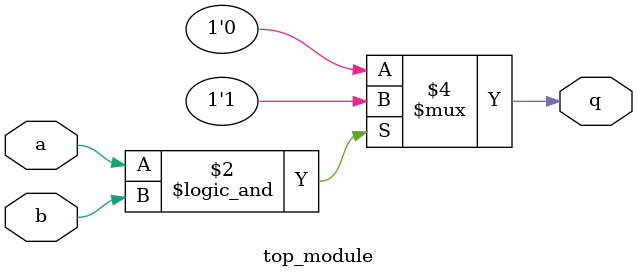
<source format=sv>
module top_module (
	input a, 
	input b, 
	output q
);

	always @(*)
	begin
		if(a && b)
			q = 1;
		else
			q = 0;
	end

endmodule

</source>
